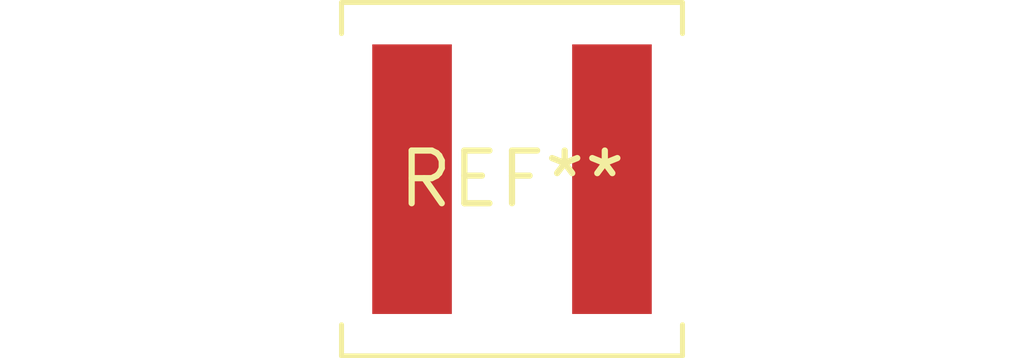
<source format=kicad_pcb>
(kicad_pcb (version 20240108) (generator pcbnew)
  (layers (0 "F.Cu" signal) (31 "B.Cu" signal) (34 "B.Paste" user) (35 "F.Paste" user) (36 "B.SilkS" user "B.Silkscreen") (37 "F.SilkS" user "F.Silkscreen") (38 "B.Mask" user) (39 "F.Mask" user) (44 "Edge.Cuts" user))
  (net 0 "")
  (footprint "L_Coilcraft_XAL7070-XXX" (layer "F.Cu") (at 0 0)
    (property "Reference" "REF**")
    (property "Value" "L_Coilcraft_XAL7070-XXX")
    (fp_line (start -4.11 -4.26) (end -4.11 -3.51) (layer "F.SilkS") (stroke (width 0.12)))
    (fp_line (start -4.11 -4.26) (end 4.11 -4.26) (layer "F.SilkS") (stroke (width 0.12)))
    (fp_line (start -4.11 4.26) (end -4.11 3.51) (layer "F.SilkS") (stroke (width 0.12)))
    (fp_line (start -4.11 4.26) (end 4.11 4.26) (layer "F.SilkS") (stroke (width 0.12)))
    (fp_line (start 4.11 -4.26) (end 4.11 -3.51) (layer "F.SilkS") (stroke (width 0.12)))
    (fp_line (start 4.11 4.26) (end 4.11 3.51) (layer "F.SilkS") (stroke (width 0.12)))
    (pad "1" smd rect (at -2.41 0) (size 1.92 6.5) (layers "F.Cu" "F.Paste" "F.Mask"))
    (pad "2" smd rect (at 2.41 0) (size 1.92 6.5) (layers "F.Cu" "F.Paste" "F.Mask"))
  )
)
</source>
